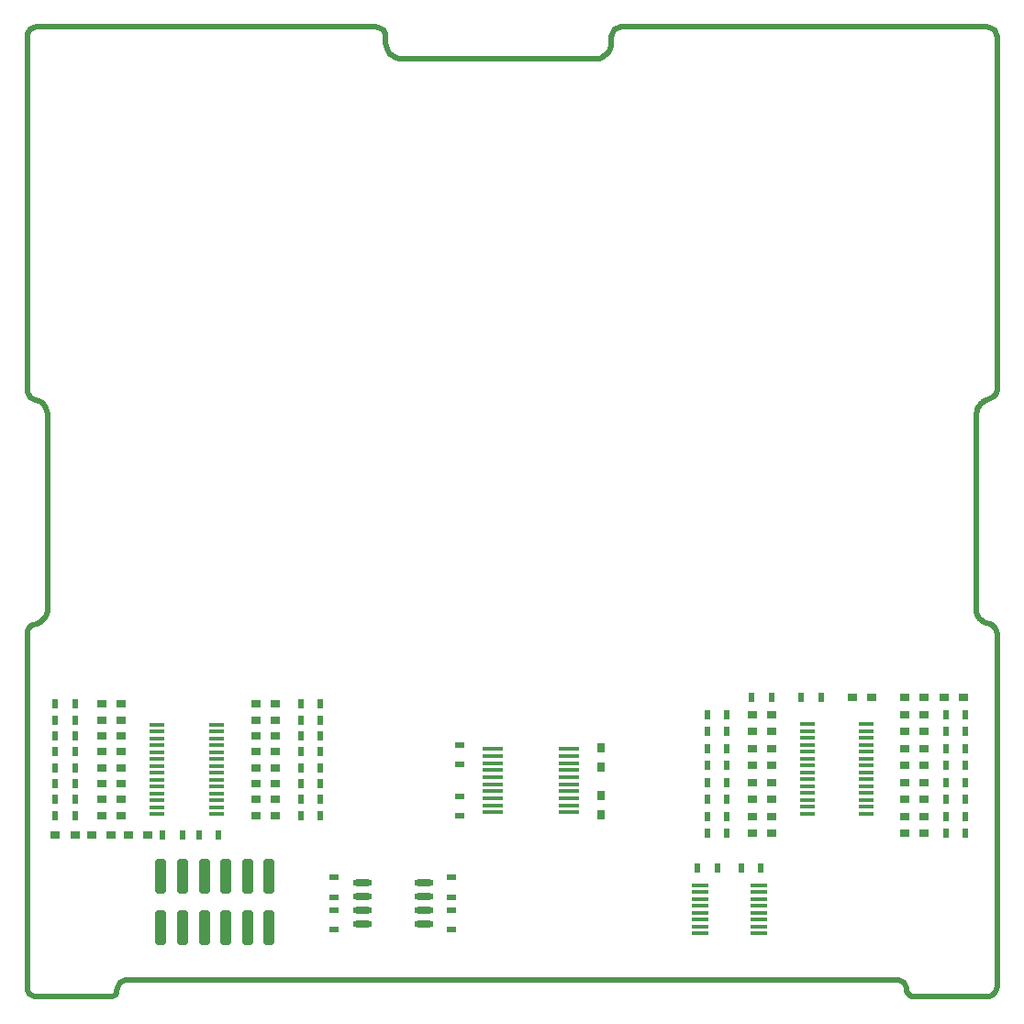
<source format=gbr>
G04*
G04 #@! TF.GenerationSoftware,Altium Limited,Altium Designer,24.1.2 (44)*
G04*
G04 Layer_Color=8421504*
%FSLAX44Y44*%
%MOMM*%
G71*
G04*
G04 #@! TF.SameCoordinates,FF60899B-E9A6-4C8F-AFAD-FD19F3B54CA5*
G04*
G04*
G04 #@! TF.FilePolarity,Positive*
G04*
G01*
G75*
%ADD17C,0.5000*%
%ADD18R,0.9000X0.8000*%
%ADD19R,1.4605X0.3556*%
%ADD20R,0.6000X0.9000*%
G04:AMPARAMS|DCode=21|XSize=1.505mm|YSize=0.38mm|CornerRadius=0.095mm|HoleSize=0mm|Usage=FLASHONLY|Rotation=0.000|XOffset=0mm|YOffset=0mm|HoleType=Round|Shape=RoundedRectangle|*
%AMROUNDEDRECTD21*
21,1,1.5050,0.1900,0,0,0.0*
21,1,1.3150,0.3800,0,0,0.0*
1,1,0.1900,0.6575,-0.0950*
1,1,0.1900,-0.6575,-0.0950*
1,1,0.1900,-0.6575,0.0950*
1,1,0.1900,0.6575,0.0950*
%
%ADD21ROUNDEDRECTD21*%
%ADD22R,0.8000X0.9000*%
%ADD23R,0.9000X0.6000*%
G04:AMPARAMS|DCode=24|XSize=1.9mm|YSize=0.4mm|CornerRadius=0.05mm|HoleSize=0mm|Usage=FLASHONLY|Rotation=0.000|XOffset=0mm|YOffset=0mm|HoleType=Round|Shape=RoundedRectangle|*
%AMROUNDEDRECTD24*
21,1,1.9000,0.3000,0,0,0.0*
21,1,1.8000,0.4000,0,0,0.0*
1,1,0.1000,0.9000,-0.1500*
1,1,0.1000,-0.9000,-0.1500*
1,1,0.1000,-0.9000,0.1500*
1,1,0.1000,0.9000,0.1500*
%
%ADD24ROUNDEDRECTD24*%
%ADD25O,1.8000X0.6000*%
G04:AMPARAMS|DCode=26|XSize=1mm|YSize=3.2mm|CornerRadius=0.25mm|HoleSize=0mm|Usage=FLASHONLY|Rotation=0.000|XOffset=0mm|YOffset=0mm|HoleType=Round|Shape=RoundedRectangle|*
%AMROUNDEDRECTD26*
21,1,1.0000,2.7000,0,0,0.0*
21,1,0.5000,3.2000,0,0,0.0*
1,1,0.5000,0.2500,-1.3500*
1,1,0.5000,-0.2500,-1.3500*
1,1,0.5000,-0.2500,1.3500*
1,1,0.5000,0.2500,1.3500*
%
%ADD26ROUNDEDRECTD26*%
D17*
X894800Y5300D02*
X896265Y7209D01*
X897186Y9433D01*
X897500Y11818D01*
X811642Y15166D02*
X811633Y15174D01*
X83952Y4128D02*
X85084Y5821D01*
X85482Y7819D01*
X537931Y872959D02*
X539574Y874961D01*
X540794Y877245D01*
X541546Y879723D01*
X541800Y882300D01*
X14719Y348360D02*
X16734Y349771D01*
X18473Y351511D01*
X19884Y353526D01*
X20924Y355755D01*
X21560Y358131D01*
X21775Y360582D01*
X4900Y5600D02*
X7092Y3918D01*
X9645Y2861D01*
X12384Y2500D01*
X2600Y11153D02*
X3198Y8148D01*
X4900Y5600D01*
X80023Y2500D02*
X82149Y2923D01*
X83952Y4128D01*
X88637Y15437D02*
X86925Y13206D01*
X85849Y10608D01*
X85482Y7819D01*
X95791Y18400D02*
X93172Y18055D01*
X90732Y17045D01*
X88637Y15437D01*
X11436Y897500D02*
X9226Y897209D01*
X7168Y896356D01*
X5400Y895000D01*
X331161Y894484D02*
X329028Y896120D01*
X326544Y897149D01*
X323879Y897500D01*
X333600Y888596D02*
X333316Y890751D01*
X332484Y892759D01*
X331161Y894484D01*
X814500Y8253D02*
X814167Y10783D01*
X813193Y13140D01*
X811642Y15166D01*
X811633Y15174D02*
X809344Y16925D01*
X806680Y18025D01*
X803823Y18400D01*
X816235Y4065D02*
X818079Y2833D01*
X820255Y2400D01*
X814500Y8253D02*
X814951Y5987D01*
X816235Y4065D01*
X887799Y2400D02*
X890361Y2737D01*
X892749Y3726D01*
X894800Y5300D01*
X527536Y868200D02*
X530191Y868461D01*
X532743Y869236D01*
X535095Y870493D01*
X537157Y872185D01*
X337700Y872600D02*
X339492Y871069D01*
X341502Y869837D01*
X343680Y868935D01*
X345973Y868385D01*
X348323Y868200D01*
X333600Y882498D02*
X333869Y879767D01*
X334665Y877141D01*
X335959Y874721D01*
X337700Y872600D01*
X544600Y894800D02*
X543081Y892820D01*
X542126Y890514D01*
X541800Y888040D01*
X551118Y897500D02*
X548732Y897186D01*
X546509Y896265D01*
X544600Y894800D01*
X5400Y895000D02*
X3885Y893027D01*
X2930Y890729D01*
X2600Y888263D01*
Y561842D02*
X3167Y559509D01*
X4279Y557381D01*
X5868Y555583D01*
X7844Y554219D01*
X21700Y537611D02*
X21528Y540202D01*
X20998Y542744D01*
X20123Y545189D01*
X18917Y547489D01*
X17372Y549529D01*
X15468Y551239D01*
X13274Y552556D01*
X10870Y553433D01*
X5741Y344308D02*
X4035Y342084D01*
X2964Y339494D01*
X2600Y336715D01*
X7596Y345622D02*
X5741Y344308D01*
X11389Y346841D02*
X14719Y348360D01*
X885071Y551762D02*
X882761Y549861D01*
X880790Y547612D01*
Y547612D02*
X879691Y545401D01*
X878875Y543071D01*
X878354Y540657D01*
X878300Y539939D01*
X890200Y553700D02*
X887351Y552827D01*
X884680Y551507D01*
X889655Y553558D02*
X892332Y554464D01*
X894617Y556129D01*
X896300Y558400D01*
X897600Y888223D02*
X897298Y890520D01*
X896411Y892662D01*
X895000Y894500D01*
X892879Y896128D01*
X890408Y897151D01*
X887757Y897500D01*
X896252Y558235D02*
X897258Y560315D01*
X897600Y562600D01*
X888102Y347176D02*
X891012Y346242D01*
X897500Y337177D02*
X897167Y339703D01*
X896192Y342058D01*
X894641Y344080D01*
X892961Y345387D01*
X891012Y346242D01*
X878300Y362200D02*
X878317Y359790D01*
X878707Y357412D01*
X879462Y355123D01*
Y355123D02*
X880530Y352932D01*
X882059Y351034D01*
X882720Y350429D02*
X885220Y348486D01*
X888102Y347176D01*
X11389Y346841D02*
X7964Y345774D01*
X537157Y872185D02*
X537931Y872959D01*
X12384Y2500D02*
X80023D01*
X95791Y18400D02*
X803823D01*
X11436Y897500D02*
X323879D01*
X820255Y2400D02*
X887799D01*
X348323Y868200D02*
X527536D01*
X333600Y882498D02*
Y888596D01*
X541800Y882300D02*
Y888040D01*
X551118Y897500D02*
X887757D01*
X21700Y362270D02*
X21751Y361407D01*
X2600Y561842D02*
Y888263D01*
X10846Y553440D02*
X10870Y553433D01*
X21700Y537611D02*
X21700Y362270D01*
X7844Y554219D02*
X10846Y553440D01*
X2600Y336715D02*
X2600Y11153D01*
X878300Y539939D02*
X878300Y539923D01*
X897600Y562600D02*
X897600Y888223D01*
X897500Y11818D02*
Y337177D01*
X878300Y362200D02*
Y539923D01*
D18*
X866488Y278900D02*
D03*
X848488D02*
D03*
X671500Y153500D02*
D03*
X689500D02*
D03*
X671500Y184786D02*
D03*
X689500D02*
D03*
X671500Y231714D02*
D03*
X689500D02*
D03*
X671500Y216071D02*
D03*
X689500D02*
D03*
X671500Y169143D02*
D03*
X689500D02*
D03*
X671500Y200428D02*
D03*
X689500D02*
D03*
X671500Y247357D02*
D03*
X689500D02*
D03*
X671500Y263000D02*
D03*
X689500D02*
D03*
X830000Y200429D02*
D03*
X812000D02*
D03*
X830000Y184786D02*
D03*
X812000D02*
D03*
X830000Y169143D02*
D03*
X812000D02*
D03*
X830000Y153500D02*
D03*
X812000D02*
D03*
X830000Y216071D02*
D03*
X812000D02*
D03*
X830000Y231714D02*
D03*
X812000D02*
D03*
X830000Y247357D02*
D03*
X812000D02*
D03*
X830000Y263000D02*
D03*
X812000D02*
D03*
X71200Y184465D02*
D03*
X89200D02*
D03*
X71200Y169792D02*
D03*
X89200D02*
D03*
X71200Y213810D02*
D03*
X89200D02*
D03*
X71200Y199137D02*
D03*
X89200D02*
D03*
X71200Y243155D02*
D03*
X89200D02*
D03*
X71200Y228482D02*
D03*
X89200D02*
D03*
X71200Y272500D02*
D03*
X89200D02*
D03*
X71200Y257827D02*
D03*
X89200D02*
D03*
X231800Y184465D02*
D03*
X213800D02*
D03*
X231800Y199137D02*
D03*
X213800D02*
D03*
X231800Y213810D02*
D03*
X213800D02*
D03*
X231800Y228482D02*
D03*
X213800D02*
D03*
X231800Y243155D02*
D03*
X213800D02*
D03*
Y169792D02*
D03*
X231800D02*
D03*
Y257827D02*
D03*
X213800D02*
D03*
X231800Y272500D02*
D03*
X213800D02*
D03*
X95793Y151592D02*
D03*
X113793D02*
D03*
X781900Y278900D02*
D03*
X763900D02*
D03*
X830000D02*
D03*
X812000D02*
D03*
X28599Y151592D02*
D03*
X46599D02*
D03*
X62196D02*
D03*
X80196D02*
D03*
D19*
X722758Y171625D02*
D03*
Y177975D02*
D03*
Y184325D02*
D03*
Y190675D02*
D03*
Y197025D02*
D03*
Y203375D02*
D03*
Y209725D02*
D03*
Y216075D02*
D03*
Y222425D02*
D03*
Y228775D02*
D03*
Y235125D02*
D03*
Y241475D02*
D03*
Y247825D02*
D03*
Y254175D02*
D03*
X777242D02*
D03*
Y247825D02*
D03*
Y241475D02*
D03*
Y235125D02*
D03*
Y228775D02*
D03*
Y222425D02*
D03*
Y216075D02*
D03*
Y209725D02*
D03*
Y203375D02*
D03*
Y197025D02*
D03*
Y190675D02*
D03*
Y184325D02*
D03*
Y177975D02*
D03*
Y171625D02*
D03*
X122759Y253499D02*
D03*
Y247149D02*
D03*
Y240799D02*
D03*
Y234449D02*
D03*
Y228099D02*
D03*
Y221749D02*
D03*
Y215399D02*
D03*
Y209049D02*
D03*
Y202699D02*
D03*
Y196349D02*
D03*
Y189999D02*
D03*
Y183649D02*
D03*
Y177299D02*
D03*
Y170949D02*
D03*
X177241D02*
D03*
Y177299D02*
D03*
Y183649D02*
D03*
Y189999D02*
D03*
Y196349D02*
D03*
Y202699D02*
D03*
Y209049D02*
D03*
Y215399D02*
D03*
Y221749D02*
D03*
Y228099D02*
D03*
Y234449D02*
D03*
Y240799D02*
D03*
Y247149D02*
D03*
Y253499D02*
D03*
D20*
X716932Y278899D02*
D03*
X735091Y278900D02*
D03*
X661437Y121399D02*
D03*
X679596Y121400D02*
D03*
X621225Y121399D02*
D03*
X639384Y121400D02*
D03*
X648168Y153493D02*
D03*
X630009Y153492D02*
D03*
X648168Y169137D02*
D03*
X630009Y169136D02*
D03*
X648168Y184781D02*
D03*
X630009Y184780D02*
D03*
X648168Y200425D02*
D03*
X630009Y200424D02*
D03*
X648168Y216069D02*
D03*
X630009Y216068D02*
D03*
X648168Y231713D02*
D03*
X630009Y231712D02*
D03*
X648168Y263001D02*
D03*
X630009Y263000D02*
D03*
X648168Y247357D02*
D03*
X630009Y247356D02*
D03*
X850132Y200432D02*
D03*
X868291Y200433D02*
D03*
X850132Y184790D02*
D03*
X868291Y184791D02*
D03*
X850132Y153507D02*
D03*
X868291Y153508D02*
D03*
X850132Y169149D02*
D03*
X868291Y169150D02*
D03*
X850132Y216073D02*
D03*
X868291Y216075D02*
D03*
X850132Y231715D02*
D03*
X868291Y231716D02*
D03*
X850132Y262999D02*
D03*
X868291Y263000D02*
D03*
X850132Y247357D02*
D03*
X868291Y247358D02*
D03*
X46868Y184467D02*
D03*
X28709Y184466D02*
D03*
X46868Y169793D02*
D03*
X28709Y169792D02*
D03*
X46868Y213814D02*
D03*
X28709Y213813D02*
D03*
X46868Y199141D02*
D03*
X28709Y199139D02*
D03*
X46868Y243162D02*
D03*
X28709Y243160D02*
D03*
X46868Y228488D02*
D03*
X28709Y228487D02*
D03*
X46868Y272509D02*
D03*
X28709Y272508D02*
D03*
X46868Y257835D02*
D03*
X28709Y257834D02*
D03*
X255000Y169791D02*
D03*
X273159Y169792D02*
D03*
X255000Y184463D02*
D03*
X273159Y184465D02*
D03*
X255000Y199136D02*
D03*
X273159Y199137D02*
D03*
X255000Y213808D02*
D03*
X273159Y213810D02*
D03*
X255000Y228481D02*
D03*
X273159Y228482D02*
D03*
X255000Y243154D02*
D03*
X273159Y243155D02*
D03*
X255000Y257826D02*
D03*
X273159Y257827D02*
D03*
X255000Y272499D02*
D03*
X273159Y272500D02*
D03*
X127587Y151600D02*
D03*
X145746Y151601D02*
D03*
X689390Y278900D02*
D03*
X671231Y278899D02*
D03*
X161184Y151600D02*
D03*
X179343Y151601D02*
D03*
D21*
X623549Y105425D02*
D03*
Y99075D02*
D03*
Y92725D02*
D03*
Y86375D02*
D03*
Y80025D02*
D03*
Y73675D02*
D03*
Y67325D02*
D03*
Y60975D02*
D03*
X677651D02*
D03*
Y67325D02*
D03*
Y73675D02*
D03*
Y80025D02*
D03*
Y86375D02*
D03*
Y92725D02*
D03*
Y99075D02*
D03*
Y105425D02*
D03*
D22*
X532200Y170600D02*
D03*
Y188600D02*
D03*
X532100Y214652D02*
D03*
Y232652D02*
D03*
D23*
X401700Y169345D02*
D03*
X401699Y187504D02*
D03*
X401700Y216675D02*
D03*
X401699Y234834D02*
D03*
X394000Y94509D02*
D03*
X393999Y112668D02*
D03*
X394000Y82559D02*
D03*
X394001Y64400D02*
D03*
X286200Y94509D02*
D03*
X286199Y112668D02*
D03*
X286200Y82559D02*
D03*
X286201Y64400D02*
D03*
D24*
X502350Y231150D02*
D03*
Y224650D02*
D03*
Y218150D02*
D03*
Y211650D02*
D03*
Y205150D02*
D03*
Y198650D02*
D03*
Y192150D02*
D03*
Y185650D02*
D03*
Y179150D02*
D03*
Y172650D02*
D03*
X432250D02*
D03*
Y179150D02*
D03*
Y185650D02*
D03*
Y192150D02*
D03*
Y198650D02*
D03*
Y205150D02*
D03*
Y211650D02*
D03*
Y218150D02*
D03*
Y224650D02*
D03*
Y231150D02*
D03*
D25*
X311950Y107425D02*
D03*
Y94725D02*
D03*
Y82025D02*
D03*
Y69325D02*
D03*
X368450Y107425D02*
D03*
Y94725D02*
D03*
Y82025D02*
D03*
Y69325D02*
D03*
D26*
X166000Y114000D02*
D03*
X146000D02*
D03*
X126000D02*
D03*
X186000D02*
D03*
X206000D02*
D03*
X226000D02*
D03*
Y66000D02*
D03*
X206000D02*
D03*
X126000D02*
D03*
X146000D02*
D03*
X166000D02*
D03*
X186000D02*
D03*
M02*

</source>
